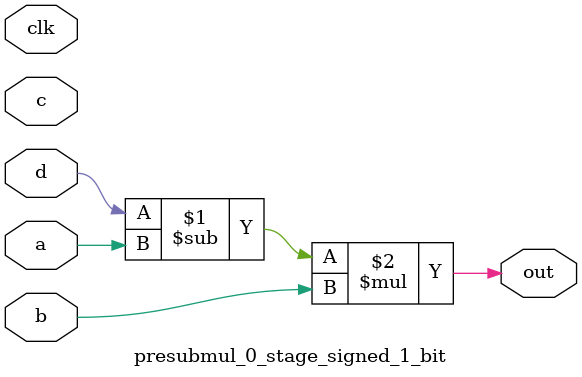
<source format=sv>
(* use_dsp = "yes" *) module presubmul_0_stage_signed_1_bit(
	input signed [0:0] a,
	input signed [0:0] b,
	input signed [0:0] c,
	input signed [0:0] d,
	output [0:0] out,
	input clk);

	assign out = (d - a) * b;
endmodule

</source>
